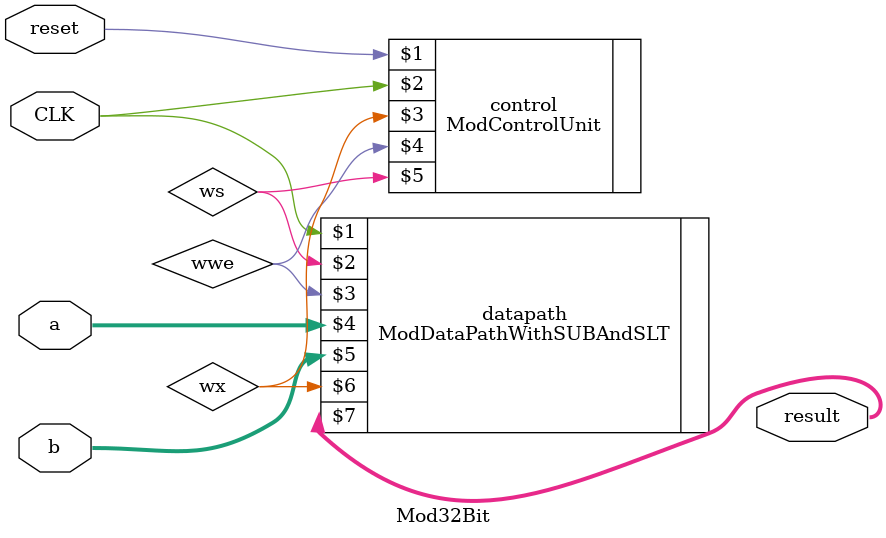
<source format=v>
module Mod32Bit(
	output [31:0] result,
	input [31:0] a,
	input [31:0] b,
	input reset,
	input CLK
);

wire wx, wwe, ws; // x, we, s wires respectively (x for result of comparison in FSM)

ModControlUnit control(
	reset,
	CLK,
	wx,
	wwe,
	ws
);

ModDataPathWithSUBAndSLT datapath(
	CLK,
	ws,
	wwe,
	a,
	b,
	wx,
	result
);

endmodule

</source>
